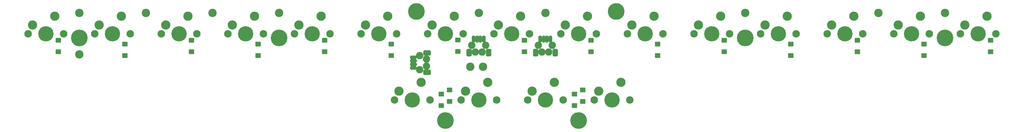
<source format=gbs>
G04 #@! TF.GenerationSoftware,KiCad,Pcbnew,(6.0.10-0)*
G04 #@! TF.CreationDate,2023-02-16T10:13:06+09:00*
G04 #@! TF.ProjectId,Sandy_Top,53616e64-795f-4546-9f70-2e6b69636164,v.0*
G04 #@! TF.SameCoordinates,Original*
G04 #@! TF.FileFunction,Soldermask,Bot*
G04 #@! TF.FilePolarity,Negative*
%FSLAX46Y46*%
G04 Gerber Fmt 4.6, Leading zero omitted, Abs format (unit mm)*
G04 Created by KiCad (PCBNEW (6.0.10-0)) date 2023-02-16 10:13:06*
%MOMM*%
%LPD*%
G01*
G04 APERTURE LIST*
G04 Aperture macros list*
%AMRoundRect*
0 Rectangle with rounded corners*
0 $1 Rounding radius*
0 $2 $3 $4 $5 $6 $7 $8 $9 X,Y pos of 4 corners*
0 Add a 4 corners polygon primitive as box body*
4,1,4,$2,$3,$4,$5,$6,$7,$8,$9,$2,$3,0*
0 Add four circle primitives for the rounded corners*
1,1,$1+$1,$2,$3*
1,1,$1+$1,$4,$5*
1,1,$1+$1,$6,$7*
1,1,$1+$1,$8,$9*
0 Add four rect primitives between the rounded corners*
20,1,$1+$1,$2,$3,$4,$5,0*
20,1,$1+$1,$4,$5,$6,$7,0*
20,1,$1+$1,$6,$7,$8,$9,0*
20,1,$1+$1,$8,$9,$2,$3,0*%
G04 Aperture macros list end*
%ADD10C,2.650000*%
%ADD11C,4.387800*%
%ADD12C,2.150000*%
%ADD13RoundRect,0.450000X0.350000X0.650000X-0.350000X0.650000X-0.350000X-0.650000X0.350000X-0.650000X0*%
%ADD14RoundRect,0.350000X0.150000X0.625000X-0.150000X0.625000X-0.150000X-0.625000X0.150000X-0.625000X0*%
%ADD15O,2.100000X2.100000*%
%ADD16RoundRect,0.450000X-0.650000X0.350000X-0.650000X-0.350000X0.650000X-0.350000X0.650000X0.350000X0*%
%ADD17RoundRect,0.350000X-0.625000X0.150000X-0.625000X-0.150000X0.625000X-0.150000X0.625000X0.150000X0*%
%ADD18C,4.800000*%
%ADD19C,2.400000*%
%ADD20RoundRect,0.200000X0.600000X-0.450000X0.600000X0.450000X-0.600000X0.450000X-0.600000X-0.450000X0*%
G04 APERTURE END LIST*
D10*
X141470310Y-21923405D03*
D11*
X138930310Y-27003405D03*
D10*
X135120310Y-24463405D03*
D12*
X133850310Y-27003405D03*
X144010310Y-27003405D03*
D10*
X170045310Y-40973405D03*
D11*
X167505310Y-46053405D03*
D10*
X163695310Y-43513405D03*
D12*
X162425310Y-46053405D03*
X172585310Y-46053405D03*
D10*
X160448435Y-21923405D03*
D11*
X157908435Y-27003405D03*
D10*
X154098435Y-24463405D03*
D12*
X152828435Y-27003405D03*
X162988435Y-27003405D03*
D10*
X150995310Y-40973405D03*
D11*
X148455310Y-46053405D03*
D10*
X144645310Y-43513405D03*
D12*
X143375310Y-46053405D03*
X153535310Y-46053405D03*
D10*
X189095310Y-40973405D03*
D11*
X186555310Y-46053405D03*
D10*
X182745310Y-43513405D03*
D12*
X181475310Y-46053405D03*
X191635310Y-46053405D03*
D10*
X131945310Y-40973405D03*
D11*
X129405310Y-46053405D03*
D10*
X125595310Y-43513405D03*
D12*
X124325310Y-46053405D03*
X134485310Y-46053405D03*
D10*
X27170310Y-21923405D03*
D11*
X24630310Y-27003405D03*
D10*
X20820310Y-24463405D03*
D12*
X19550310Y-27003405D03*
X29710310Y-27003405D03*
D10*
X293870310Y-21923405D03*
D11*
X291330310Y-27003405D03*
D10*
X287520310Y-24463405D03*
D12*
X286250310Y-27003405D03*
X296410310Y-27003405D03*
D10*
X255770310Y-21923405D03*
D11*
X253230310Y-27003405D03*
D10*
X249420310Y-24463405D03*
D12*
X248150310Y-27003405D03*
X258310310Y-27003405D03*
D10*
X236720310Y-21923405D03*
D11*
X234180310Y-27003405D03*
D10*
X230370310Y-24463405D03*
D12*
X229100310Y-27003405D03*
X239260310Y-27003405D03*
D10*
X217670310Y-21923405D03*
D11*
X215130310Y-27003405D03*
D10*
X211320310Y-24463405D03*
D12*
X210050310Y-27003405D03*
X220210310Y-27003405D03*
D10*
X198620310Y-21923405D03*
D11*
X196080310Y-27003405D03*
D10*
X192270310Y-24463405D03*
D12*
X191000310Y-27003405D03*
X201160310Y-27003405D03*
D10*
X179570310Y-21923405D03*
D11*
X177030310Y-27003405D03*
D10*
X173220310Y-24463405D03*
D12*
X171950310Y-27003405D03*
X182110310Y-27003405D03*
D10*
X122420310Y-21923405D03*
D11*
X119880310Y-27003405D03*
D10*
X116070310Y-24463405D03*
D12*
X114800310Y-27003405D03*
X124960310Y-27003405D03*
D10*
X103370310Y-21923405D03*
D11*
X100830310Y-27003405D03*
D10*
X97020310Y-24463405D03*
D12*
X95750310Y-27003405D03*
X105910310Y-27003405D03*
D10*
X84320310Y-21923405D03*
D11*
X81780310Y-27003405D03*
D10*
X77970310Y-24463405D03*
D12*
X76700310Y-27003405D03*
X86860310Y-27003405D03*
D10*
X65270310Y-21923405D03*
D11*
X62730310Y-27003405D03*
D10*
X58920310Y-24463405D03*
D12*
X57650310Y-27003405D03*
X67810310Y-27003405D03*
D10*
X46220310Y-21923405D03*
D11*
X43680310Y-27003405D03*
D10*
X39870310Y-24463405D03*
D12*
X38600310Y-27003405D03*
X48760310Y-27003405D03*
D10*
X274820310Y-21923405D03*
D11*
X272280310Y-27003405D03*
D10*
X268470310Y-24463405D03*
D12*
X267200310Y-27003405D03*
X277360310Y-27003405D03*
D13*
X170305310Y-32450280D03*
X164705310Y-32450280D03*
D14*
X166005310Y-28575280D03*
D15*
X165505310Y-30375280D03*
X166505310Y-32275280D03*
D14*
X167005310Y-28575280D03*
X168005310Y-28575280D03*
D15*
X168505310Y-32275280D03*
X169505310Y-30375280D03*
D14*
X169005310Y-28575280D03*
D16*
X133661560Y-32537780D03*
X133661560Y-38137780D03*
D17*
X129786560Y-36837780D03*
D15*
X131586560Y-37337780D03*
X133486560Y-36337780D03*
D17*
X129786560Y-35837780D03*
X129786560Y-34837780D03*
D15*
X133486560Y-34337780D03*
X131586560Y-33337780D03*
D17*
X129786560Y-33837780D03*
D13*
X151255310Y-32450280D03*
X145655310Y-32450280D03*
D14*
X146955310Y-28575280D03*
D15*
X146455310Y-30375280D03*
X147455310Y-32275280D03*
D14*
X147955310Y-28575280D03*
X148955310Y-28575280D03*
D15*
X149455310Y-32275280D03*
X150455310Y-30375280D03*
D14*
X149955310Y-28575280D03*
D18*
X177030310Y-52006530D03*
X138930310Y-52006530D03*
X281805310Y-28194030D03*
X224655310Y-28194030D03*
X91305310Y-28194030D03*
X34155310Y-28194030D03*
X187745935Y-20561655D03*
X130595935Y-20561655D03*
D19*
X146074060Y-36528405D03*
X149645935Y-36528405D03*
X53205310Y-21050280D03*
X34155310Y-32956530D03*
X281805310Y-21059655D03*
X262755310Y-21050280D03*
X224655310Y-21050280D03*
X167505310Y-21003405D03*
X148455310Y-21059655D03*
X91305310Y-21059655D03*
X72255310Y-21059655D03*
X34155310Y-21059655D03*
D20*
X178220935Y-43212780D03*
X178220935Y-46512780D03*
X175839685Y-44403405D03*
X175839685Y-47703405D03*
X140120935Y-43212780D03*
X140120935Y-46512780D03*
X137739685Y-47703405D03*
X137739685Y-44403405D03*
X294902185Y-28925280D03*
X294902185Y-32225280D03*
X275852185Y-29975280D03*
X275852185Y-33275280D03*
X256802185Y-28925280D03*
X256802185Y-32225280D03*
X237752185Y-29979280D03*
X237752185Y-33279280D03*
X218702185Y-28925280D03*
X218702185Y-32225280D03*
X199652185Y-33279280D03*
X199652185Y-29979280D03*
X161552185Y-32225280D03*
X161552185Y-28925280D03*
X142502185Y-32125280D03*
X142502185Y-28825280D03*
X180602185Y-28925280D03*
X180602185Y-32225280D03*
X123452185Y-29979280D03*
X123452185Y-33279280D03*
X104402185Y-32225280D03*
X104402185Y-28925280D03*
X85352185Y-29975280D03*
X85352185Y-33275280D03*
X66302185Y-32225280D03*
X66302185Y-28925280D03*
X47252185Y-29975280D03*
X47252185Y-33275280D03*
X28202185Y-28925280D03*
X28202185Y-32225280D03*
M02*

</source>
